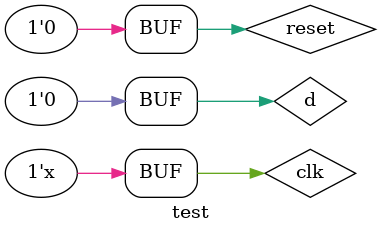
<source format=v>
`timescale 1ns / 1ps


module test;

	// Inputs
	reg clk;
	reg reset;
	reg d;

	// Outputs
	wire toggle;
	wire fall;
	wire rise;

	// Instantiate the Unit Under Test (UUT)
	sig_change uut (
		.clk(clk), 
		.reset(reset), 
		.d(d), 
		.toggle(toggle), 
		.fall(fall), 
		.rise(rise)
	);
	
	always #5 clk = ~clk ;

	initial begin
		// Initialize Inputs
		clk = 0;
		reset = 1;
		d = 0;

		// Wait 100 ns for global reset to finish
		#100;
        
		// Add stimulus here
		#2 reset = 0;
		
		#10 d = 0;
		#10 d = 1;
		#20 d = 1;
		#10 d = 0;
		

	end
      
endmodule


</source>
